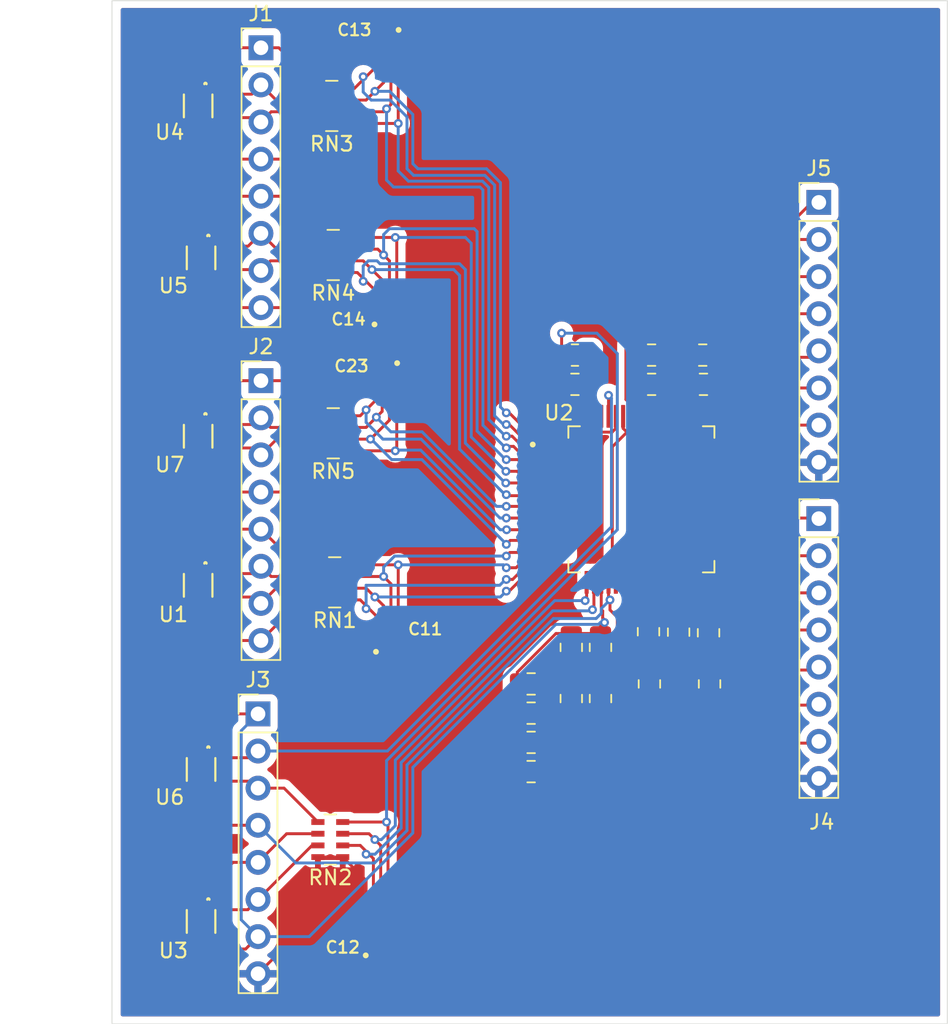
<source format=kicad_pcb>
(kicad_pcb (version 20240108) (generator "pcbnew") (generator_version "8.0")
  (layers (0 "F.Cu" signal) (31 "B.Cu" signal) (34 "B.Paste" user) (35 "F.Paste" user) (36 "B.SilkS" user "B.Silkscreen") (37 "F.SilkS" user "F.Silkscreen") (38 "B.Mask" user) (39 "F.Mask" user) (44 "Edge.Cuts" user))
  (net 0 "")
  (net 1 "/VREFP")
  (net 2 "/AVSS")
  (net 3 "/VCAP4")
  (net 4 "/VCAP1")
  (net 5 "/VCAP2")
  (net 6 "/VCAP3")
  (net 7 "AGND")
  (net 8 "/BIAS_DRV")
  (net 9 "/DVDD")
  (net 10 "/AVDD")
  (net 11 "/IN3N")
  (net 12 "/3P")
  (net 13 "/2P")
  (net 14 "/IN2N")
  (net 15 "/3N")
  (net 16 "/IN2P")
  (net 17 "/IN3P")
  (net 18 "/2N")
  (net 19 "/IN1P")
  (net 20 "/IN1N")
  (net 21 "/_SRB1")
  (net 22 "/SRB1")
  (net 23 "/1P")
  (net 24 "/_SRB2")
  (net 25 "/SRB2")
  (net 26 "/1N")
  (net 27 "/8N")
  (net 28 "/8P")
  (net 29 "/IN8P")
  (net 30 "/BIAS")
  (net 31 "/IN8N")
  (net 32 "/6P")
  (net 33 "/7N")
  (net 34 "/IN6N")
  (net 35 "/IN6P")
  (net 36 "/IN7N")
  (net 37 "/6N")
  (net 38 "/7P")
  (net 39 "/IN7P")
  (net 44 "/5N")
  (net 46 "/SCLK")
  (net 47 "/BIASINV")
  (net 48 "/MOSI")
  (net 49 "/GPIO2")
  (net 50 "/GPIO3")
  (net 51 "/IN4N")
  (net 52 "/IN5P")
  (net 53 "/START")
  (net 54 "/MISO")
  (net 55 "/CLK")
  (net 56 "/DRDY")
  (net 57 "/CS1")
  (net 58 "/BIASIN")
  (net 59 "/GPIO1")
  (net 60 "/GPIO4")
  (net 61 "/RESET")
  (net 62 "/IN4P")
  (net 63 "/IN5N")
  (net 64 "/4P")
  (net 65 "/5P")
  (net 66 "/4N")
  (footprint "Capacitor_SMD:C_0805_2012Metric" (layer "F.Cu") (at 160.5 71.25)
    (property "Reference" "C10" (hide yes))
    (property "Value" "1nF")
  )
  (footprint "Capacitor_SMD:C_0805_2012Metric" (layer "F.Cu") (at 160.25 92.75 -90)
    (property "Reference" "C9" (hide yes))
    (property "Value" "1uF")
  )
  (footprint "Capacitor_SMD:C_0805_2012Metric" (layer "F.Cu") (at 157.5 95.75)
    (property "Reference" "C22" (hide yes))
    (property "Value" ".1uF")
  )
  (footprint "W3A45C102K4T2A (c array):CAPCAF50P200X125X85-8" (layer "F.Cu") (at 146.95 108.75 90)
    (property "Reference" "C12")
    (property "Value" "1000 pF")
  )
  (footprint "Resistor_SMD:R_Array_Concave_4x0603" (layer "F.Cu") (at 143.85 52.2 180)
    (property "Reference" "RN3")
    (property "Value" "2.2K")
  )
  (footprint "Capacitor_SMD:C_0805_2012Metric" (layer "F.Cu") (at 165.5385 88.177 -90)
    (property "Reference" "C3" (hide yes))
    (property "Value" "1uF")
  )
  (footprint "TPD4E1B06 (ESD):DRL6_TEX" (layer "F.Cu") (at 134.9 62.5976 -90)
    (property "Reference" "U5")
    (property "Value" "TPD4E1B06DRLR")
  )
  (footprint "Resistor_SMD:R_Array_Concave_4x0603" (layer "F.Cu") (at 143.95 62.4 180)
    (property "Reference" "RN4")
    (property "Value" "2.2K")
  )
  (footprint "Capacitor_SMD:C_0805_2012Metric" (layer "F.Cu") (at 160.25 89.25 -90)
    (property "Reference" "C17" (hide yes))
    (property "Value" "1uF")
  )
  (footprint "Resistor_SMD:R_Array_Concave_4x0603" (layer "F.Cu") (at 143.75 102.4 180)
    (property "Reference" "RN2")
    (property "Value" "2.2K")
  )
  (footprint "Capacitor_SMD:C_0805_2012Metric" (layer "F.Cu") (at 169.3 71.25)
    (property "Reference" "C15" (hide yes))
    (property "Value" "1uF")
  )
  (footprint "W3A45C102K4T2A (c array):CAPCAF50P200X125X85-8" (layer "F.Cu") (at 147.55 65.575 90)
    (property "Reference" "C14")
    (property "Value" "1000 pF")
  )
  (footprint "TPD4E1B06 (ESD):DRL6_TEX" (layer "F.Cu") (at 134.7 52.1976 -90)
    (property "Reference" "U4")
    (property "Value" "TPD4E1B06DRLR")
  )
  (footprint "Capacitor_SMD:C_0805_2012Metric" (layer "F.Cu") (at 165.75 71.25)
    (property "Reference" "C7" (hide yes))
    (property "Value" "1uF")
  )
  (footprint "Capacitor_SMD:C_0805_2012Metric" (layer "F.Cu") (at 165.7478 69.25 180)
    (property "Reference" "C6" (hide yes))
    (property "Value" "0.1uF")
  )
  (footprint "Capacitor_SMD:C_0805_2012Metric" (layer "F.Cu") (at 162.25 89.25 -90)
    (property "Reference" "C18" (hide yes))
    (property "Value" ".1uF")
  )
  (footprint "ADS1299:QFP50P1200X1200X120-64N" (layer "F.Cu") (at 165.05 79.12)
    (property "Reference" "U2")
    (property "Value" "ADS1299IPAG")
  )
  (footprint "Capacitor_SMD:C_0805_2012Metric" (layer "F.Cu") (at 157.5 93.75)
    (property "Reference" "C20" (hide yes))
    (property "Value" ".1uF")
  )
  (footprint "Connector_PinHeader_2.54mm:PinHeader_1x08_P2.54mm_Vertical" (layer "F.Cu") (at 139 71)
    (property "Reference" "J2")
    (property "Value" "Conn_01x08_Pin")
  )
  (footprint "Resistor_SMD:R_Array_Concave_4x0603" (layer "F.Cu") (at 143.95 74.6 180)
    (property "Reference" "RN5")
    (property "Value" "2.2K")
  )
  (footprint "W3A45C102K4T2A (c array):CAPCAF50P200X125X85-8" (layer "F.Cu") (at 147.65 48.575 -90)
    (property "Reference" "C13")
    (property "Value" "1000 pF")
  )
  (footprint "Resistor_SMD:R_0805_2012Metric" (layer "F.Cu") (at 160.5 69.25 180)
    (property "Reference" "R1" (hide yes))
    (property "Value" "1M")
  )
  (footprint "TPD4E1B06 (ESD):DRL6_TEX" (layer "F.Cu") (at 134.7 85.0024 -90)
    (property "Reference" "U1")
    (property "Value" "TPD4E1B06DRLR")
  )
  (footprint "Connector_PinHeader_2.54mm:PinHeader_1x08_P2.54mm_Vertical" (layer "F.Cu") (at 139 48.22)
    (property "Reference" "J1")
    (property "Value" "Conn_01x08_Pin")
  )
  (footprint "Resistor_SMD:R_Array_Concave_4x0603" (layer "F.Cu") (at 144.05 84.8 180)
    (property "Reference" "RN1")
    (property "Value" "2.2K")
  )
  (footprint "Capacitor_SMD:C_0805_2012Metric" (layer "F.Cu") (at 169.6494 88.25 -90)
    (property "Reference" "C5" (hide yes))
    (property "Value" "1uF")
  )
  (footprint "TPD4E1B06 (ESD):DRL6_TEX" (layer "F.Cu") (at 134.9 108.0024 -90)
    (property "Reference" "U3")
    (property "Value" "TPD4E1B06DRLR")
  )
  (footprint "Capacitor_SMD:C_0805_2012Metric" (layer "F.Cu") (at 169.25 69.25)
    (property "Reference" "C16" (hide yes))
    (property "Value" ".1uF")
  )
  (footprint "Capacitor_SMD:C_0805_2012Metric" (layer "F.Cu") (at 157.5 91.75)
    (property "Reference" "C21" (hide yes))
    (property "Value" "1uF")
  )
  (footprint "Capacitor_SMD:C_0805_2012Metric" (layer "F.Cu") (at 162.25 92.75 -90)
    (property "Reference" "C8" (hide yes))
    (property "Value" "1uF")
  )
  (footprint "Capacitor_SMD:C_0805_2012Metric" (layer "F.Cu") (at 169.7178 91.75 90)
    (property "Reference" "C1" (hide yes))
    (property "Value" "10uF")
  )
  (footprint "TPD4E1B06 (ESD):DRL6_TEX" (layer "F.Cu") (at 134.9 97.6024 -90)
    (property "Reference" "U6")
    (property "Value" "TPD4E1B06DRLR")
  )
  (footprint "Capacitor_SMD:C_0805_2012Metric" (layer "F.Cu") (at 165.6 91.75 90)
    (property "Reference" "C2" (hide yes))
    (property "Value" "0.1uF")
  )
  (footprint "W3A45C102K4T2A (c array):CAPCAF50P200X125X85-8" (layer "F.Cu") (at 147.65 87.975 90)
    (property "Reference" "C11")
    (property "Value" "1000 pF")
  )
  (footprint "W3A45C102K4T2A (c array):CAPCAF50P200X125X85-8" (layer "F.Cu") (at 147.55 71.375 -90)
    (property "Reference" "C23")
    (property "Value" "1000 pF")
  )
  (footprint "Connector_PinHeader_2.54mm:PinHeader_1x08_P2.54mm_Vertical" (layer "F.Cu") (at 177.2 58.8)
    (property "Reference" "J5")
    (property "Value" "Conn_01x08_Pin")
  )
  (footprint "TPD4E1B06 (ESD):DRL6_TEX" (layer "F.Cu") (at 134.7 74.8024 -90)
    (property "Reference" "U7")
    (property "Value" "TPD4E1B06DRLR")
  )
  (footprint "Capacitor_SMD:C_0805_2012Metric" (layer "F.Cu") (at 157.5 97.75)
    (property "Reference" "C19" (hide yes))
    (property "Value" "1uF")
  )
  (footprint "Capacitor_SMD:C_0805_2012Metric" (layer "F.Cu") (at 167.6 88.2071 -90)
    (property "Reference" "C4" (hide yes))
    (property "Value" "100uF")
  )
  (footprint "Connector_PinHeader_2.54mm:PinHeader_1x08_P2.54mm_Vertical" (layer "F.Cu") (at 138.8 93.8)
    (property "Reference" "J3")
    (property "Value" "Conn_01x08_Pin")
  )
  (footprint "Connector_PinHeader_2.54mm:PinHeader_1x08_P2.54mm_Vertical" (layer "F.Cu") (at 177.2 80.44)
    (property "Reference" "J4")
    (property "Value" "Conn_01x08_Pin")
  )
  (gr_rect (start 128.8 45) (end 186 115) (stroke (width 0.05)) (fill none) (layer "Edge.Cuts"))
  (segment (start 164.8 85.6247) (end 163.8 86.6247) (width 0.2) (layer "F.Cu") (net 1))
  (segment (start 169.7178 92.7) (end 169.718 92.7) (width 0.2) (layer "F.Cu") (net 1))
  (segment (start 163.8 86.6247) (end 163.8 90.9) (width 0.2) (layer "F.Cu") (net 1))
  (segment (start 163.8 90.9) (end 165.6 92.7) (width 0.2) (layer "F.Cu") (net 1))
  (segment (start 164.8 84.8) (end 164.8 85.6247) (width 0.2) (layer "F.Cu") (net 1))
  (segment (start 165.6 92.7) (end 169.7178 92.7) (width 0.2) (layer "F.Cu") (net 1))
  (segment (start 165.3 84.8) (end 165.3 85.8247) (width 0.2) (layer "F.Cu") (net 2))
  (segment (start 166.5744 82.4437) (end 166.8 82.4437) (width 0.2) (layer "F.Cu") (net 2))
  (segment (start 169.6494 89.2) (end 169.649 89.2) (width 0.2) (layer "F.Cu") (net 2))
  (segment (start 164.55 72.8457) (end 163.9904 72.2861) (width 0.2) (layer "F.Cu") (net 2))
  (segment (start 166.8 82.4437) (end 166.8 73.44) (width 0.2) (layer "F.Cu") (net 2))
  (segment (start 166.699 69.2511) (end 166.698 69.25) (width 0.2) (layer "F.Cu") (net 2))
  (segment (start 163.4 87.1858) (end 163.4 89.05) (width 0.2) (layer "F.Cu") (net 2))
  (segment (start 166.8 71.35) (end 166.7 71.25) (width 0.2) (layer "F.Cu") (net 2))
  (segment (start 167.3039 82.4437) (end 168.8 83.9398) (width 0.2) (layer "F.Cu") (net 2))
  (segment (start 164.55 73.44) (end 164.55 72.8457) (width 0.2) (layer "F.Cu") (net 2))
  (segment (start 162.9 86) (end 162.8 85.9) (width 0.2) (layer "F.Cu") (net 2))
  (segment (start 164.5099 83.7181) (end 164.3 83.928) (width 0.2) (layer "F.Cu") (net 2))
  (segment (start 163.9904 68.5236) (end 164.3361 68.1779) (width 0.2) (layer "F.Cu") (net 2))
  (segment (start 165.538 89.127) (end 165.5385 89.127) (width 0.2) (layer "F.Cu") (net 2))
  (segment (start 170.4178 93.5107) (end 163.9607 93.5107) (width 0.2) (layer "F.Cu") (net 2))
  (segment (start 166.6989 69.2511) (end 166.6978 69.25) (width 0.2) (layer "F.Cu") (net 2))
  (segment (start 165.3 83.7181) (end 164.5099 83.7181) (width 0.2) (layer "F.Cu") (net 2))
  (segment (start 170.7808 93.1477) (end 170.4178 93.5107) (width 0.2) (layer "F.Cu") (net 2))
  (segment (start 169.649 90.7316) (end 169.6835 90.7658) (width 0.2) (layer "F.Cu") (net 2))
  (segment (start 162.8 85.9) (end 162.8 84.8) (width 0.2) (layer "F.Cu") (net 2))
  (segment (start 163.4 89.05) (end 162.25 90.2) (width 0.2) (layer "F.Cu") (net 2))
  (segment (start 170.7808 91.8631) (end 170.7808 93.1477) (width 0.2) (layer "F.Cu") (net 2))
  (segment (start 163.9607 93.5107) (end 162.25 91.8) (width 0.2) (layer "F.Cu") (net 2))
  (segment (start 165.6257 68.1779) (end 166.6978 69.25) (width 0.2) (layer "F.Cu") (net 2))
  (segment (start 134.4 98.4048) (end 134.4 98.9572) (width 0.2) (layer "F.Cu") (net 2))
  (segment (start 136.863 101.42) (end 138.8 101.42) (width 0.2) (layer "F.Cu") (net 2))
  (segment (start 168.8 83.9398) (end 168.8 84.8) (width 0.2) (layer "F.Cu") (net 2))
  (segment (start 169.7178 90.8) (end 165.6 90.8) (width 0.2) (layer "F.Cu") (net 2))
  (segment (start 160.25 90.2) (end 160.25 91.8) (width 0.2) (layer "F.Cu") (net 2))
  (segment (start 169.649 89.2) (end 169.649 90.7316) (width 0.2) (layer "F.Cu") (net 2))
  (segment (start 165.3 83.7181) (end 166.5744 82.4437) (width 0.2) (layer "F.Cu") (net 2))
  (segment (start 167.57 89.127) (end 167.6 89.1571) (width 0.2) (layer "F.Cu") (net 2))
  (segment (start 166.7 69.2522) (end 166.699 69.2511) (width 0.2) (layer "F.Cu") (net 2))
  (segment (start 167.6 89.1571) (end 169.606 89.1571) (width 0.2) (layer "F.Cu") (net 2))
  (segment (start 165.5385 89.127) (end 167.57 89.127) (width 0.2) (layer "F.Cu") (net 2))
  (segment (start 162.9 86) (end 162.9 86.6858) (width 0.2) (layer "F.Cu") (net 2))
  (segment (start 166.7 71.25) (end 166.7 69.2522) (width 0.2) (layer "F.Cu") (net 2))
  (segment (start 164.3 73.44) (end 164.55 73.44) (width 0.2) (layer "F.Cu") (net 2))
  (segment (start 164.3361 68.1779) (end 165.6257 68.1779) (width 0.2) (layer "F.Cu") (net 2))
  (segment (start 164.513 88.102) (end 165.538 89.127) (width 0.2) (layer "F.Cu") (net 2))
  (segment (start 164.3 83.928) (end 164.3 84.8) (width 0.2) (layer "F.Cu") (net 2))
  (segment (start 134.4 98.9572) (end 136.863 101.42) (width 0.2) (layer "F.Cu") (net 2))
  (segment (start 162.25 90.2) (end 160.25 90.2) (width 0.2) (layer "F.Cu") (net 2))
  (segment (start 169.6835 90.7658) (end 169.718 90.8) (width 0.2) (layer "F.Cu") (net 2))
  (segment (start 166.8 82.4437) (end 167.3039 82.4437) (width 0.2) (layer "F.Cu") (net 2))
  (segment (start 165.3 84.8) (end 165.3 83.7181) (width 0.2) (layer "F.Cu") (net 2))
  (segment (start 160.25 91.8) (end 162.25 91.8) (width 0.2) (layer "F.Cu") (net 2))
  (segment (start 169.6835 90.7658) (end 170.7808 91.8631) (width 0.2) (layer "F.Cu") (net 2))
  (segment (start 166.699 69.2511) (end 166.6989 69.2511) (width 0.2) (layer "F.Cu") (net 2))
  (segment (start 162.9 86.6858) (end 163.4 87.1858) (width 0.2) (layer "F.Cu") (net 2))
  (segment (start 165.3 85.8247) (end 164.513 86.6113) (width 0.2) (layer "F.Cu") (net 2))
  (segment (start 166.8 73.44) (end 166.8 71.35) (width 0.2) (layer "F.Cu") (net 2))
  (segment (start 164.513 86.6113) (end 164.513 88.102) (width 0.2) (layer "F.Cu") (net 2))
  (segment (start 169.718 90.8) (end 169.7178 90.8) (width 0.2) (layer "F.Cu") (net 2))
  (segment (start 169.606 89.1571) (end 169.649 89.2) (width 0.2) (layer "F.Cu") (net 2))
  (segment (start 163.9904 72.2861) (end 163.9904 68.5236) (width 0.2) (layer "F.Cu") (net 2))
  (segment (start 164.55 73.44) (end 164.8 73.44) (width 0.2) (layer "F.Cu") (net 2))
  (via (at 162.9 86) (size 0.6) (drill 0.3) (layers "F.Cu" "B.Cu") (net 2))
  (segment (start 141.38 104) (end 146.78 104) (width 0.2) (layer "B.Cu") (net 2))
  (segment (start 146.78 104) (end 149 101.78) (width 0.2) (layer "B.Cu") (net 2))
  (segment (start 149 97.2971) (end 159.023 87.2742) (width 0.2) (layer "B.Cu") (net 2))
  (segment (start 161.949 87.2742) (end 162.3 86.9227) (width 0.2) (layer "B.Cu") (net 2))
  (segment (start 162.3 86.9227) (end 162.3 86.5996) (width 0.2) (layer "B.Cu") (net 2))
  (segment (start 138.8 101.42) (end 141.38 104) (width 0.2) (layer "B.Cu") (net 2))
  (segment (start 162.3 86.5996) (end 162.9 86) (width 0.2) (layer "B.Cu") (net 2))
  (segment (start 149 101.78) (end 149 97.2971) (width 0.2) (layer "B.Cu") (net 2))
  (segment (start 159.023 87.2742) (end 161.949 87.2742) (width 0.2) (layer "B.Cu") (net 2))
  (segment (start 165.8 86.9655) (end 165.5383 87.2268) (width 0.2) (layer "F.Cu") (net 3))
  (segment (start 165.5385 87.227) (end 165.5383 87.2268) (width 0.2) (layer "F.Cu") (net 3))
  (segment (start 165.8 84.8) (end 165.8 86.9655) (width 0.2) (layer "F.Cu") (net 3))
  (segment (start 165.5383 87.2268) (end 165.538 87.227) (width 0.2) (layer "F.Cu") (net 3))
  (segment (start 166.8 84.8) (end 166.8 86.4571) (width 0.2) (layer "F.Cu") (net 4))
  (segment (start 166.8 86.4571) (end 167.6 87.2571) (width 0.2) (layer "F.Cu") (net 4))
  (segment (start 169.649 87.2247) (end 169.6494 87.2251) (width 0.2) (layer "F.Cu") (net 5))
  (segment (start 168.8814 86.4571) (end 169.649 87.2247) (width 0.2) (layer "F.Cu") (net 5))
  (segment (start 169.649 87.2247) (end 169.649 87.3) (width 0.2) (layer "F.Cu") (net 5))
  (segment (start 169.6494 87.2251) (end 169.6494 87.3) (width 0.2) (layer "F.Cu") (net 5))
  (segment (start 167.8 86.05) (end 168.2071 86.4571) (width 0.2) (layer "F.Cu") (net 5))
  (segment (start 167.8 84.8) (end 167.8 86.05) (width 0.2) (layer "F.Cu") (net 5))
  (segment (start 168.2071 86.4571) (end 168.8814 86.4571) (width 0.2) (layer "F.Cu") (net 5))
  (segment (start 164.8 70.45) (end 164.798 70.4478) (width 0.2) (layer "F.Cu") (net 6))
  (segment (start 165.8 73.44) (end 165.8 72.25) (width 0.2) (layer "F.Cu") (net 6))
  (segment (start 164.798 70.4478) (end 164.798 69.8489) (width 0.2) (layer "F.Cu") (net 6))
  (segment (start 164.7978 69.8487) (end 164.7978 69.25) (width 0.2) (layer "F.Cu") (net 6))
  (segment (start 164.798 69.8489) (end 164.798 69.25) (width 0.2) (layer "F.Cu") (net 6))
  (segment (start 164.8 71.25) (end 164.8 70.45) (width 0.2) (layer "F.Cu") (net 6))
  (segment (start 165.8 72.25) (end 164.8 71.25) (width 0.2) (layer "F.Cu") (net 6))
  (segment (start 164.798 69.8489) (end 164.7978 69.8487) (width 0.2) (layer "F.Cu") (net 6))
  (segment (start 134.7 51.3952) (end 134.7 51.9476) (width 0.2) (layer "F.Cu") (net 7))
  (segment (start 170.73 82.87) (end 171.67 82.87) (width 0.2) (layer "F.Cu") (net 7))
  (segment (start 170.73 84.194732) (end 170.73 82.87) (width 0.2) (layer "F.Cu") (net 7))
  (segment (start 134.648 62.6) (end 132 62.6) (width 0.2) (layer "F.Cu") (net 7))
  (segment (start 168.3 84.8) (end 168.3 85.8) (width 0.2) (layer "F.Cu") (net 7))
  (segment (start 147.3 70.8) (end 147.3 68.9) (width 0.2) (layer "F.Cu") (net 7))
  (segment (start 167.8 74.264732) (end 168.055268 74.52) (width 0.2) (layer "F.Cu") (net 7))
  (segment (start 158.45 91.75) (end 158.45 91.9) (width 0.2) (layer "F.Cu") (net 7))
  (segment (start 134.9 107.2) (end 134.9 107.752) (width 0.2) (layer "F.Cu") (net 7))
  (segment (start 134.9 96.8) (end 134.9 97.3524) (width 0.2) (layer "F.Cu") (net 7))
  (segment (start 175.42 98.22) (end 177.2 98.22) (width 0.2) (layer "F.Cu") (net 7))
  (segment (start 147.3 66.15) (end 147.3 67.9) (width 0.2) (layer "F.Cu") (net 7))
  (segment (start 170.25 71.25) (end 168.8 72.7) (width 0.2) (layer "F.Cu") (net 7))
  (segment (start 147.8 70.8) (end 147.8 68.8) (width 0.2) (layer "F.Cu") (net 7))
  (segment (start 134.7 51.9476) (end 134.448 52.2) (width 0.2) (layer "F.Cu") (net 7))
  (segment (start 161.3 73.44) (end 161.3 74.264732) (width 0.2) (layer "F.Cu") (net 7))
  (segment (start 168.924732 86) (end 170.73 84.194732) (width 0.2) (layer "F.Cu") (net 7))
  (segment (start 134.7 74.5524) (end 134.452 74.8) (width 0.2) (layer "F.Cu") (net 7))
  (segment (start 170.25 69.3) (end 170.2 69.25) (width 0.2) (layer "F.Cu") (net 7))
  (segment (start 174.219 76.6) (end 177.18 76.6) (width 0.2) (layer "F.Cu") (net 7))
  (segment (start 168.73 74.52) (end 168.8 74.45) (width 0.2) (layer "F.Cu") (net 7))
  (segment (start 134.7 84.7524) (end 134.452 85) (width 0.2) (layer "F.Cu") (net 7))
  (segment (start 158.45 91.9) (end 158.45 91.75) (width 0.2) (layer "F.Cu") (net 7))
  (segment (start 148.4 88.55) (end 148.4 90.8) (width 0.2) (layer "F.Cu") (net 7))
  (segment (start 134.652 97.6) (end 131.8 97.6) (width 0.2) (layer "F.Cu") (net 7))
  (segment (start 134.452 74.8) (end 131.8 74.8) (width 0.2) (layer "F.Cu") (net 7))
  (segment (start 168.5 86) (end 168.924732 86) (width 0.2) (layer "F.Cu") (net 7))
  (segment (start 147.4 48) (end 147.4 46.2) (width 0.2) (layer "F.Cu") (net 7))
  (segment (start 142.9 103.6) (end 142.9 107.48) (width 0.2) (layer "F.Cu") (net 7))
  (segment (start 162.25 93.7) (end 160.25 93.7) (width 0.2) (layer "F.Cu") (net 7))
  (segment (start 146.2 108.175) (end 146.2 109.325) (width 0.2) (layer "F.Cu") (net 7))
  (segment (start 146.8 68.8) (end 146.8 70.8) (width 0.2) (layer "F.Cu") (net 7))
  (segment (start 173 84.2) (end 173 95.8) (width 0.2) (layer "F.Cu") (net 7))
  (segment (start 160.25 93.7) (end 158.45 91.9) (width 0.2) (layer "F.Cu") (net 7))
  (segment (start 158.45 91.9) (end 158.45 93.75) (width 0.2) (layer "F.Cu") (net 7))
  (segment (start 146.9 48) (end 146.9 46.3) (width 0.2) (layer "F.Cu") (net 7))
  (segment (start 147.9 88.55) (end 147.9 90.7) (width 0.2) (layer "F.Cu") (net 7))
  (segment (start 163.3 74.264732) (end 163.3 73.44) (width 0.2) (layer "F.Cu") (net 7))
  (segment (start 168.8 72.7) (end 168.8 73.44) (width 0.2) (layer "F.Cu") (net 7))
  (segment (start 142.9 107.48) (end 138.8 111.58) (width 0.2) (layer "F.Cu") (net 7))
  (segment (start 158.45 93.75) (end 158.45 95.75) (width 0.2) (layer "F.Cu") (net 7))
  (segment (start 161.555268 74.52) (end 163.044732 74.52) (width 0.2) (layer "F.Cu") (net 7))
  (segment (start 147.8 66.15) (end 147.8 68) (width 0.2) (layer "F.Cu") (net 7))
  (segment (start 134.9 107.752) (end 134.652 108) (width 0.2) (layer "F.Cu") (net 7))
  (segment (start 168.3 85.8) (end 168.5 86) (width 0.2) (layer "F.Cu") (net 7))
  (segment (start 146.2 108.175) (end 146.2 105.2) (width 0.2) (layer "F.Cu") (net 7))
  (segment (start 148.4 48) (end 148.4 46.2) (width 0.2) (layer "F.Cu") (net 7))
  (segment (start 163.044732 74.52) (end 163.3 74.264732) (width 0.2) (layer "F.Cu") (net 7))
  (segment (start 173 95.8) (end 175.42 98.22) (width 0.2) (layer "F.Cu") (net 7))
  (segment (start 170.73 78.87) (end 171.949 78.87) (width 0.2) (layer "F.Cu") (net 7))
  (segment (start 134.448 52.2) (end 132 52.2) (width 0.2) (layer "F.Cu") (net 7))
  (segment (start 134.7 84.2) (end 134.7 84.7524) (width 0.2) (layer "F.Cu") (net 7))
  (segment (start 148.3 70.8) (end 148.3 68.9) (width 0.2) (layer "F.Cu") (net 7))
  (segment (start 134.652 108) (end 131.8 108) (width 0.2) (layer "F.Cu") (net 7))
  (segment (start 177.18 76.6) (end 177.2 76.58) (width 0.2) (layer "F.Cu") (net 7))
  (segment (start 170.25 71.25) (end 170.25 69.3) (width 0.2) (layer "F.Cu") (net 7))
  (segment (start 134.9 61.7952) (end 134.9 62.3476) (width 0.2) (layer "F.Cu") (net 7))
  (segment (start 134.9 62.3476) (end 134.648 62.6) (width 0.2) (layer "F.Cu") (net 7))
  (segment (start 147.4 90.8) (end 147.4 88.55) (width 0.2) (layer "F.Cu") (net 7))
  (segment (start 168.055268 74.52) (end 168.73 74.52) (width 0.2) (layer "F.Cu") (net 7))
  (segment (start 158.45 95.75) (end 158.45 97.75) (width 0.2) (layer "F.Cu") (net 7))
  (segment (start 168.8 74.45) (end 168.8 73.44) (width 0.2) (layer "F.Cu") (net 7))
  (segment (start 161.3 74.264732) (end 161.555268 74.52) (width 0.2) (layer "F.Cu") (net 7))
  (segment (start 134.7 74) (end 134.7 74.5524) (width 0.2) (layer "F.Cu") (net 7))
  (segment (start 167.8 73.44) (end 167.8 74.264732) (width 0.2) (layer "F.Cu") (net 7))
  (segment (start 148.3 66.15) (end 148.3 67.9) (width 0.2) (layer "F.Cu") (net 7))
  (segment (start 134.452 85) (end 132 85) (width 0.2) (layer "F.Cu") (net 7))
  (segment (start 171.67 82.87) (end 173 84.2) (width 0.2) (layer "F.Cu") (net 7))
  (segment (start 146.9 88.55) (end 146.9 90.7) (width 0.2) (layer "F.Cu") (net 7))
  (segment (start 147.9 48) (end 147.9 46.3) (width 0.2) (layer "F.Cu") (net 7))
  (segment (start 146.8 66.15) (end 146.8 68) (width 0.2) (layer "F.Cu") (net 7))
  (segment (start 146.2 105.2) (end 144.6 103.6) (width 0.2) (layer "F.Cu") (net 7))
  (segment (start 134.9 97.3524) (end 134.652 97.6) (width 0.2) (layer "F.Cu") (net 7))
  (segment (start 171.949 78.87) (end 174.219 76.6) (width 0.2) (layer "F.Cu") (net 7))
  (segment (start 147.7 101.2) (end 147.6 101.2) (width 0.2) (layer "F.Cu") (net 8))
  (segment (start 159.588 67.75) (end 159.588 69.4812) (width 0.2) (layer "F.Cu") (net 8))
  (segment (start 159.588 71.2125) (end 159.55 71.25) (width 0.2) (layer "F.Cu") (net 8))
  (segment (start 159.588 69.4812) (end 159.588 71.2125) (width 0.2) (layer "F.Cu") (net 8))
  (segment (start 147.7 108.175) (end 147.7 101.2) (width 0.2) (layer "F.Cu") (net 8))
  (segment (start 159.5875 69.4807) (end 159.5875 69.25) (width 0.2) (layer "F.Cu") (net 8))
  (segment (start 159.55 71.25) (end 160 70.8) (width 0.2) (layer "F.Cu") (net 8))
  (segment (start 147.6 101.2) (end 144.6 101.2) (width 0.2) (layer "F.Cu") (net 8))
  (segment (start 159.588 69.4812) (end 159.5875 69.4807) (width 0.2) (layer "F.Cu") (net 8))
  (via (at 147.6 101.2) (size 0.6) (drill 0.3) (layers "F.Cu" "B.Cu") (net 8))
  (via (at 159.588 67.75) (size 0.6) (drill 0.3) (layers "F.Cu" "B.Cu") (net 8))
  (segment (start 163.4 69.15) (end 163.4 81.2) (width 0.2) (layer "B.Cu") (net 8))
  (segment (start 159.588 67.75) (end 162 67.75) (width 0.2) (layer "B.Cu") (net 8))
  (segment (start 163.4 81.2) (end 147.6 97) (width 0.2) (layer "B.Cu") (net 8))
  (segment (start 147.6 97) (end 147.6 101.2) (width 0.2) (layer "B.Cu") (net 8))
  (segment (start 162 67.75) (end 163.4 69.15) (width 0.2) (layer "B.Cu") (net 8))
  (segment (start 168.35 69.3) (end 168.3 69.25) (width 0.2) (layer "F.Cu") (net 9))
  (segment (start 171.801 81.87) (end 173.8 83.8686) (width 0.2) (layer "F.Cu") (net 9))
  (segment (start 170.73 75.37) (end 169.6452 75.37) (width 0.2) (layer "F.Cu") (net 9))
  (segment (start 168.3 71.3) (end 168.35 71.25) (width 0.2) (layer "F.Cu") (net 9))
  (segment (start 169.8374 81.87) (end 169.6452 81.6778) (width 0.2) (layer "F.Cu") (net 9))
  (segment (start 170.73 81.87) (end 169.8374 81.87) (width 0.2) (layer "F.Cu") (net 9))
  (segment (start 168.35 71.25) (end 168.35 69.3) (width 0.2) (layer "F.Cu") (net 9))
  (segment (start 167.3 74.330418) (end 168.339582 75.37) (width 0.2) (layer "F.Cu") (net 9))
  (segment (start 176.72 58.8) (end 177.2 58.8) (width 0.2) (layer "F.Cu") (net 9))
  (segment (start 173.8 83.8686) (end 173.8 93.2) (width 0.2) (layer "F.Cu") (net 9))
  (segment (start 168.3 71.5995) (end 167.3 72.5995) (width 0.2) (layer "F.Cu") (net 9))
  (segment (start 167.3 73.44) (end 167.3 74.330418) (width 0.2) (layer "F.Cu") (net 9))
  (segment (start 168.339582 75.37) (end 170.73 75.37) (width 0.2) (layer "F.Cu") (net 9))
  (segment (start 168.3 71.5995) (end 168.3 71.3) (width 0.2) (layer "F.Cu") (net 9))
  (segment (start 167.3 72.5995) (end 167.3 73.44) (width 0.2) (layer "F.Cu") (net 9))
  (segment (start 170.73 75.37) (end 171.489 75.37) (width 0.2) (layer "F.Cu") (net 9))
  (segment (start 169.6452 81.6778) (end 169.6452 75.37) (width 0.2) (layer "F.Cu") (net 9))
  (segment (start 172.8 74.059) (end 172.8 62.72) (width 0.2) (layer "F.Cu") (net 9))
  (segment (start 173.8 93.2) (end 177.14 93.2) (width 0.2) (layer "F.Cu") (net 9))
  (segment (start 172.8 62.72) (end 176.72 58.8) (width 0.2) (layer "F.Cu") (net 9))
  (segment (start 170.73 81.87) (end 171.801 81.87) (width 0.2) (layer "F.Cu") (net 9))
  (segment (start 177.14 93.2) (end 177.2 93.14) (width 0.2) (layer "F.Cu") (net 9))
  (segment (start 171.489 75.37) (end 172.8 74.059) (width 0.2) (layer "F.Cu") (net 9))
  (segment (start 168.3 73.44) (end 168.3 71.5995) (width 0.2) (layer "F.Cu") (net 9))
  (segment (start 165.555 74.52) (end 166.045 74.52) (width 0.2) (layer "F.Cu") (net 10))
  (segment (start 163.0578 75.5269) (end 164.0599 74.5248) (width 0.2) (layer "F.Cu") (net 10))
  (segment (start 162.525 87.5462) (end 162.25 87.8216) (width 0.2) (layer "F.Cu") (net 10))
  (segment (start 160.25 88.3) (end 159.2 88.3) (width 0.2) (layer "F.Cu") (net 10))
  (segment (start 156.55 90.95) (end 156.55 91.75) (width 0.2) (layer "F.Cu") (net 10))
  (segment (start 134.4 108.805) (end 134.4 108.8048) (width 0.2) (layer "F.Cu") (net 10))
  (segment (start 164.285 74.75) (end 164.815 74.75) (width 0.2) (layer "F.Cu") (net 10))
  (segment (start 134.4 96.8) (end 134.4 96.2476) (width 0.2) (layer "F.Cu") (net 10))
  (segment (start 136.848 93.8) (end 138.8 93.8) (width 0.2) (layer "F.Cu") (net 10))
  (segment (start 162.525 87.5462) (end 162.525 87.374) (width 0.2) (layer "F.Cu") (net 10))
  (segment (start 165.3 73.44) (end 165.3 74.2647) (width 0.2) (layer "F.Cu") (net 10))
  (segment (start 166.3 74.2647) (end 166.3 73.44) (width 0.2) (layer "F.Cu") (net 10))
  (segment (start 163.8 74.2647) (end 164.0599 74.5248) (width 0.2) (layer "F.Cu") (net 10))
  (segment (start 137.95 109.89) (end 138.8 109.04) (width 0.2) (layer "F.Cu") (net 10))
  (segment (start 166.045 74.52) (end 166.3 74.2647) (width 0.2) (layer "F.Cu") (net 10))
  (segment (start 165.3 74.2647) (end 165.555 74.52) (width 0.2) (layer "F.Cu") (net 10))
  (segment (start 163.0578 83.7056) (end 162.5604 83.7056) (width 0.2) (layer "F.Cu") (net 10))
  (segment (start 162.3 86.6515) (end 162.3 84.8) (width 0.2) (layer "F.Cu") (net 10))
  (segment (start 162.4 86.7515) (end 162.3 86.6515) (width 0.2) (layer "F.Cu") (net 10))
  (segment (start 156.55 93.75) (end 156.55 95.75) (width 0.2) (layer "F.Cu") (net 10))
  (segment (start 134.933 109.89) (end 137.95 109.89) (width 0.2) (layer "F.Cu") (net 10))
  (segment (start 163.8 84.8) (end 163.3 84.8) (width 0.2) (layer "F.Cu") (net 10))
  (segment (start 163.0578 83.7056) (end 163.0578 75.5269) (width 0.2) (layer "F.Cu") (net 10))
  (segment (start 164.0599 74.5248) (end 164.285 74.75) (width 0.2) (layer "F.Cu") (net 10))
  (segment (start 134.4 109.357) (end 134.933 109.89) (width 0.2) (layer "F.Cu") (net 10))
  (segment (start 159.2 88.3) (end 156.55 90.95) (width 0.2) (layer "F.Cu") (net 10))
  (segment (start 134.4 108.805) (end 134.4 109.357) (width 0.2) (layer "F.Cu") (net 10))
  (segment (start 156.55 95.75) (end 156.55 97.75) (width 0.2) (layer "F.Cu") (net 10))
  (segment (start 163.8 73.44) (end 163.8 74.2647) (width 0.2) (layer "F.Cu") (net 10))
  (segment (start 162.25 87.8216) (end 162.25 88.3) (width 0.2) (layer "F.Cu") (net 10))
  (segment (start 162.25 88.3) (end 160.25 88.3) (width 0.2) (layer "F.Cu") (net 10))
  (segment (start 164.815 74.75) (end 165.3 74.2647) (width 0.2) (layer "F.Cu") (net 10))
  (segment (start 162.4 87.2485) (end 162.4 86.7515) (width 0.2) (layer "F.Cu") (net 10))
  (segment (start 163.3 83.9478) (end 163.0578 83.7056) (width 0.2) (layer "F.Cu") (net 10))
  (segment (start 156.55 91.75) (end 156.55 93.75) (width 0.2) (layer "F.Cu") (net 10))
  (segment (start 162.525 87.374) (end 162.4 87.2485) (width 0.2) (layer "F.Cu") (net 10))
  (segment (start 163.3 84.8) (end 163.3 83.9478) (width 0.2) (layer "F.Cu") (net 10))
  (segment (start 162.5604 83.7056) (end 162.3 83.966) (width 0.2) (layer "F.Cu") (net 10))
  (segment (start 134.4 96.2476) (end 136.848 93.8) (width 0.2) (layer "F.Cu") (net 10))
  (segment (start 162.3 83.966) (end 162.3 84.8) (width 0.2) (layer "F.Cu") (net 10))
  (via (at 162.525 87.5462) (size 0.6) (drill 0.3) (layers "F.Cu" "B.Cu") (net 10))
  (segment (start 142.306 109.04) (end 138.8 109.04) (width 0.2) (layer "B.Cu") (net 10))
  (segment (start 137.65 107.89) (end 138.8 109.04) (width 0.2) (layer "B.Cu") (net 10))
  (segment (start 162.115 87.6742) (end 159.189 87.6742) (width 0.2) (layer "B.Cu") (net 10))
  (segment (start 162.243 87.5462) (end 162.115 87.6742) (width 0.2) (layer "B.Cu") (net 10))
  (segment (start 162.525 87.5462) (end 162.243 87.5462) (width 0.2) (layer "B.Cu") (net 10))
  (segment (start 137.65 94.95) (end 137.65 107.89) (width 0.2) (layer "B.Cu") (net 10))
  (segment (start 149.4 97.4627) (end 149.4 101.946) (width 0.2) (layer "B.Cu") (net 10))
  (segment (start 149.4 101.946) (end 142.306 109.04) (width 0.2) (layer "B.Cu") (net 10))
  (segment (start 138.8 93.8) (end 137.65 94.95) (width 0.2) (layer "B.Cu") (net 10))
  (segment (start 159.189 87.6742) (end 149.4 97.4627) (width 0.2) (layer "B.Cu") (net 10))
  (segment (start 148.2 75.8) (end 148.3 75.8) (width 0.2) (layer "F.Cu") (net 11))
  (segment (start 155.821 81.2) (end 157 81.2) (width 0.2) (layer "F.Cu") (net 11))
  (segment (start 157 81.2) (end 157.83 80.37) (width 0.2) (layer "F.Cu") (net 11))
  (segment (start 148.3 75.8) (end 148.3 71.95) (width 0.2) (layer "F.Cu") (net 11))
  (segment (start 144.8 75.8) (end 148.2 75.8) (width 0.2) (layer "F.Cu") (net 11))
  (segment (start 157.83 80.37) (end 159.37 80.37) (width 0.2) (layer "F.Cu") (net 11))
  (via (at 148.2 75.8) (size 0.6) (drill 0.3) (layers "F.Cu" "B.Cu") (net 11))
  (via (at 155.821 81.2) (size 0.6) (drill 0.3) (layers "F.Cu" "B.Cu") (net 11))
  (segment (start 148.25 75.75) (end 149.934 75.75) (width 0.2) (layer "B.Cu") (net 11))
  (segment (start 149.934 75.75) (end 155.384 81.2) (width 0.2) (layer "B.Cu") (net 11))
  (segment (start 148.2 75.8) (end 148.25 75.75) (width 0.2) (layer "B.Cu") (net 11))
  (segment (start 155.384 81.2) (end 155.821 81.2) (width 0.2) (layer "B.Cu") (net 11))
  (segment (start 140.08 75) (end 143.1 75) (width 0.2) (layer "F.Cu") (net 12))
  (segment (start 135.2 75.6048) (end 138.525 75.6048) (width 0.2) (layer "F.Cu") (net 12))
  (segment (start 139 76.08) (end 140.08 75) (width 0.2) (layer "F.Cu") (net 12))
  (segment (start 138.525 75.6048) (end 139 76.08) (width 0.2) (layer "F.Cu") (net 12))
  (segment (start 134.2 83.6476) (end 136.688 81.16) (width 0.2) (layer "F.Cu") (net 13))
  (segment (start 141.44 83.6) (end 143.2 83.6) (width 0.2) (layer "F.Cu") (net 13))
  (segment (start 134.2 84.2) (end 134.2 83.6476) (width 0.2) (layer "F.Cu") (net 13))
  (segment (start 136.688 81.16) (end 139 81.16) (width 0.2) (layer "F.Cu") (net 13))
  (segment (start 139 81.16) (end 141.44 83.6) (width 0.2) (layer "F.Cu") (net 13))
  (segment (start 158.333 81.37) (end 159.37 81.37) (width 0.2) (layer "F.Cu") (net 14))
  (segment (start 155.801 83) (end 156.047 82.7543) (width 0.2) (layer "F.Cu") (net 14))
  (segment (start 147.4 84.4) (end 144.9 84.4) (width 0.2) (layer "F.Cu") (net 14))
  (segment (start 156.949 82.7543) (end 158.333 81.37) (width 0.2) (layer "F.Cu") (net 14))
  (segment (start 147.9 84.9) (end 147.9 87.4) (width 0.2) (layer "F.Cu") (net 14))
  (segment (start 147.4 84.4) (end 147.9 84.9) (width 0.2) (layer "F.Cu") (net 14))
  (segment (start 156.047 82.7543) (end 156.949 82.7543) (width 0.2) (layer "F.Cu") (net 14))
  (via (at 155.801 83) (size 0.6) (drill 0.3) (layers "F.Cu" "B.Cu") (net 14))
  (via (at 147.4 84.4) (size 0.6) (drill 0.3) (layers "F.Cu" "B.Cu") (net 14))
  (segment (start 147.4 83.7515) (end 148.151 83) (width 0.2) (layer "B.Cu") (net 14))
  (segment (start 148.151 83) (end 155.801 83) (width 0.2) (layer "B.Cu") (net 14))
  (segment (start 147.4 84.4) (end 147.4 83.7515) (width 0.2) (layer "B.Cu") (net 14))
  (segment (start 139 78.62) (end 140.28 78.62) (width 0.2) (layer "F.Cu") (net 15))
  (segment (start 134.2 76.1572) (end 136.663 78.62) (width 0.2) (layer "F.Cu") (net 15))
  (segment (start 134.2 75.6048) (end 134.2 76.1572) (width 0.2) (layer "F.Cu") (net 15))
  (segment (start 136.663 78.62) (end 139 78.62) (width 0.2) (layer "F.Cu") (net 15))
  (segment (start 140.28 78.62) (end 143.1 75.8) (width 0.2) (layer "F.Cu") (net 15))
  (segment (start 148.4 83.6) (end 148.4 87.4) (width 0.2) (layer "F.Cu") (net 16))
  (segment (start 144.9 83.6) (end 148.4 83.6) (width 0.2) (layer "F.Cu") (net 16))
  (segment (start 156.469 83.8) (end 158.399 81.87) (width 0.2) (layer "F.Cu") (net 16))
  (segment (start 155.8 83.8) (end 156.469 83.8) (width 0.2) (layer "F.Cu") (net 16))
  (segment (start 158.399 81.87) (end 159.37 81.87) (width 0.2) (layer "F.Cu") (net 16))
  (via (at 148.4 83.6) (size 0.6) (drill 0.3) (layers "F.Cu" "B.Cu") (net 16))
  (via (at 155.8 83.8) (size 0.6) (drill 0.3) (layers "F.Cu" "B.Cu") (net 16))
  (segment (start 148.4 83.6) (end 155.6 83.6) (width 0.2) (layer "B.Cu") (net 16))
  (segment (start 155.6 83.6) (end 155.8 83.8) (width 0.2) (layer "B.Cu") (net 16))
  (segment (start 146.5 75) (end 147.8 73.7) (width 0.2) (layer "F.Cu") (net 17))
  (segment (start 158.267 80.87) (end 159.37 80.87) (width 0.2) (layer "F.Cu") (net 17))
  (segment (start 157.207 81.9301) (end 158.267 80.87) (width 0.2) (layer "F.Cu") (net 17))
  (segment (start 155.8 82.2) (end 156.07 81.9301) (width 0.2) (layer "F.Cu") (net 17))
  (segment (start 146.5 75) (end 144.8 75) (width 0.2) (layer "F.Cu") (net 17))
  (segment (start 156.07 81.9301) (end 157.207 81.9301) (width 0.2) (layer "F.Cu") (net 17))
  (segment (start 147.8 73.7) (end 147.8 71.95) (width 0.2) (layer "F.Cu") (net 17))
  (via (at 155.8 82.2) (size 0.6) (drill 0.3) (layers "F.Cu" "B.Cu") (net 17))
  (via (at 146.5 75) (size 0.6) (drill 0.3) (layers "F.Cu" "B.Cu") (net 17))
  (segment (start 150.019 76.4) (end 155.8 82.1814) (width 0.2) (layer "B.Cu") (net 17))
  (segment (start 146.5 75) (end 146.551 75) (width 0.2) (layer "B.Cu") (net 17))
  (segment (start 147.951 76.4) (end 150.019 76.4) (width 0.2) (layer "B.Cu") (net 17))
  (segment (start 155.8 82.1814) (end 155.8 82.2) (width 0.2) (layer "B.Cu") (net 17))
  (segment (start 146.551 75) (end 147.951 76.4) (width 0.2) (layer "B.Cu") (net 17))
  (segment (start 135.2 84.2) (end 138.5 84.2) (width 0.2) (layer "F.Cu") (net 18))
  (segment (start 138.5 84.2) (end 139 83.7) (width 0.2) (layer "F.Cu") (net 18))
  (segment (start 139 83.7) (end 139.7 84.4) (width 0.2) (layer "F.Cu") (net 18))
  (segment (start 139.7 84.4) (end 143.2 84.4) (width 0.2) (layer "F.Cu") (net 18))
  (segment (start 158.53 82.87) (end 159.37 82.87) (width 0.2) (layer "F.Cu") (net 19))
  (segment (start 146.8 85.8) (end 147.4 86.4) (width 0.2) (layer "F.Cu") (net 19))
  (segment (start 155.8 85.4) (end 156 85.4) (width 0.2) (layer "F.Cu") (net 19))
  (segment (start 144.9 85.2) (end 146.2 85.2) (width 0.2) (layer "F.Cu") (net 19))
  (segment (start 147.4 86.4) (end 147.4 87.4) (width 0.2) (layer "F.Cu") (net 19))
  (segment (start 156 85.4) (end 158.53 82.87) (width 0.2) (layer "F.Cu") (net 19))
  (segment (start 146.2 85.2) (end 146.8 85.8) (width 0.2) (layer "F.Cu") (net 19))
  (via (at 155.8 85.4) (size 0.6) (drill 0.3) (layers "F.Cu" "B.Cu") (net 19))
  (via (at 146.8 85.8) (size 0.6) (drill 0.3) (layers "F.Cu" "B.Cu") (net 19))
  (segment (start 146.8 85.8) (end 155.4 85.8) (width 0.2) (layer "B.Cu") (net 19))
  (segment (start 155.4 85.8) (end 155.8 85.4) (width 0.2) (layer "B.Cu") (net 19))
  (segment (start 146.4 86.6) (end 146.9 87.1) (width 0.2) (layer "F.Cu") (net 20))
  (segment (start 155.8 84.6) (end 156.234 84.6) (width 0.2) (layer "F.Cu") (net 20))
  (segment (start 144.9 86) (end 145.8 86) (width 0.2) (layer "F.Cu") (net 20))
  (segment (start 158.464 82.37) (end 159.37 82.37) (width 0.2) (layer "F.Cu") (net 20))
  (segment (start 156.234 84.6) (end 158.464 82.37) (width 0.2) (layer "F.Cu") (net 20))
  (segment (start 146.2 86.6) (end 146.4 86.6) (width 0.2) (layer "F.Cu") (net 20))
  (segment (start 146.9 87.1) (end 146.9 87.4) (width 0.2) (layer "F.Cu") (net 20))
  (segment (start 145.8 86) (end 146.2 86.4) (width 0.2) (layer "F.Cu") (net 20))
  (segment (start 146.2 86.4) (end 146.2 86.6) (width 0.2) (layer "F.Cu") (net 20))
  (via (at 155.8 84.6) (size 0.6) (drill 0.3) (layers "F.Cu" "B.Cu") (net 20))
  (via (at 146.2 86.6) (size 0.6) (drill 0.3) (layers "F.Cu" "B.Cu") (net 20))
  (segment (start 155.751 84.6) (end 155.8 84.6) (width 0.2) (layer "B.Cu") (net 20))
  (segment (start 146.2 85) (end 155.351 85) (width 0.2) (layer "B.Cu") (net 20))
  (segment (start 146.2 86.6) (end 146.2 85) (width 0.2) (layer "B.Cu") (net 20))
  (segment (start 155.351 85) (end 155.751 84.6) (width 0.2) (layer "B.Cu") (net 20))
  (segment (start 146.4 102) (end 144.6 102) (width 0.2) (layer "F.Cu") (net 21))
  (segment (start 161.2 86.05) (end 161.3 85.95) (width 0.2) (layer "F.Cu") (net 21))
  (segment (start 147.2 102.8) (end 146.8 102.4) (width 0.2) (layer "F.Cu") (net 21))
  (segment (start 147.2 108.175) (end 147.2 102.8) (width 0.2) (layer "F.Cu") (net 21))
  (segment (start 161.3 85.95) (end 161.3 84.8) (width 0.2) (layer "F.Cu") (net 21))
  (segment (start 146.8 102.4) (end 146.4 102) (width 0.2) (layer "F.Cu") (net 21))
  (via (at 146.8 102.4) (size 0.6) (drill 0.3) (layers "F.Cu" "B.Cu") (net 21))
  (via (at 161.2 86.05) (size 0.6) (drill 0.3) (layers "F.Cu" "B.Cu") (net 21))
  (segment (start 159.116 86.05) (end 148.2 96.9657) (width 0.2) (layer "B.Cu") (net 21))
  (segment (start 161.2 86.05) (end 159.116 86.05) (width 0.2) (layer "B.Cu") (net 21))
  (segment (start 147.249 102.4) (end 146.8 102.4) (width 0.2) (layer "B.Cu") (net 21))
  (segment (start 148.2 96.9657) (end 148.2 101.449) (width 0.2) (layer "B.Cu") (net 21))
  (segment (start 148.2 101.449) (end 147.249 102.4) (width 0.2) (layer "B.Cu") (net 21))
  (segment (start 134.4 106.648) (end 137.088 103.96) (width 0.2) (layer "F.Cu") (net 22))
  (segment (start 140.76 102) (end 142.9 102) (width 0.2) (layer "F.Cu") (net 22))
  (segment (start 134.4 107.2) (end 134.4 106.648) (width 0.2) (layer "F.Cu") (net 22))
  (segment (start 137.088 103.96) (end 138.8 103.96) (width 0.2) (layer "F.Cu") (net 22))
  (segment (start 138.8 103.96) (end 140.76 102) (width 0.2) (layer "F.Cu") (net 22))
  (segment (start 135.2 85.8048) (end 138.565 85.8048) (width 0.2) (layer "F.Cu") (net 23))
  (segment (start 138.565 85.8048) (end 139 86.24) (width 0.2) (layer "F.Cu") (net 23))
  (segment (start 140.04 85.2) (end 143.2 85.2) (width 0.2) (layer "F.Cu") (net 23))
  (segment (start 139 86.24) (end 140.04 85.2) (width 0.2) (layer "F.Cu") (net 23))
  (segment (start 146.2 103.4) (end 146.2 103.2) (width 0.2) (layer "F.Cu") (net 24))
  (segment (start 145.8 102.8) (end 144.6 102.8) (width 0.2) (layer "F.Cu") (net 24))
  (segment (start 146.7 108.175) (end 146.7 103.7) (width 0.2) (layer "F.Cu") (net 24))
  (segment (start 146.7 103.7) (end 146.4 103.4) (width 0.2) (layer "F.Cu") (net 24))
  (segment (start 161.8 86.5746) (end 161.8 84.8) (width 0.2) (layer "F.Cu") (net 24))
  (segment (start 161.7 86.6742) (end 161.8 86.5746) (width 0.2) (layer "F.Cu") (net 24))
  (segment (start 146.2 103.2) (end 145.8 102.8) (width 0.2) (layer "F.Cu") (net 24))
  (segment (start 146.4 103.4) (end 146.2 103.4) (width 0.2) (layer "F.Cu") (net 24))
  (via (at 161.7 86.6742) (size 0.6) (drill 0.3) (layers "F.Cu" "B.Cu") (net 24))
  (via (at 146.2 103.4) (size 0.6) (drill 0.3) (layers "F.Cu" "B.Cu") (net 24))
  (segment (start 146.814 103.4) (end 146.2 103.4) (width 0.2) (layer "B.Cu") (net 24))
  (segment (start 158.981 86.75) (end 148.6 97.1314) (width 0.2) (layer "B.Cu") (net 24))
  (segment (start 148.6 97.1314) (end 148.6 101.614) (width 0.2) (layer "B.Cu") (net 24))
  (segment (start 148.6 101.614) (end 146.814 103.4) (width 0.2) (layer "B.Cu") (net 24))
  (segment (start 161.7 86.6742) (end 161.625 86.75) (width 0.2) (layer "B.Cu") (net 24))
  (segment (start 161.625 86.75) (end 158.981 86.75) (width 0.2) (layer "B.Cu") (net 24))
  (segment (start 138.8 106.5) (end 142.5 102.8) (width 0.2) (layer "F.Cu") (net 25))
  (segment (start 135.4 107.2) (end 138.1 107.2) (width 0.2) (layer "F.Cu") (net 25))
  (segment (start 138.1 107.2) (end 138.8 106.5) (width 0.2) (layer "F.Cu") (net 25))
  (segment (start 142.5 102.8) (end 142.9 102.8) (width 0.2) (layer "F.Cu") (net 25))
  (segment (start 136.623 88.78) (end 139 88.78) (width 0.2) (layer "F.Cu") (net 26))
  (segment (start 139 88.78) (end 141.78 86) (width 0.2) (layer "F.Cu") (net 26))
  (segment (start 134.2 86.3572) (end 136.623 88.78) (width 0.2) (layer "F.Cu") (net 26))
  (segment (start 134.2 85.8048) (end 134.2 86.3572) (width 0.2) (layer "F.Cu") (net 26))
  (segment (start 141.78 86) (end 143.2 86) (width 0.2) (layer "F.Cu") (net 26))
  (segment (start 139 50.76) (end 140.04 51.8) (width 0.2) (layer "F.Cu") (net 27))
  (segment (start 140.04 51.8) (end 143 51.8) (width 0.2) (layer "F.Cu") (net 27))
  (segment (start 135.2 51.3952) (end 138.365 51.3952) (width 0.2) (layer "F.Cu") (net 27))
  (segment (start 138.365 51.3952) (end 139 50.76) (width 0.2) (layer "F.Cu") (net 27))
  (segment (start 140.22 48.22) (end 143 51) (width 0.2) (layer "F.Cu") (net 28))
  (segment (start 134.2 51.3952) (end 134.2 50.8428) (width 0.2) (layer "F.Cu") (net 28))
  (segment (start 134.2 50.8428) (end 136.823 48.22) (width 0.2) (layer "F.Cu") (net 28))
  (segment (start 136.823 48.22) (end 139 48.22) (width 0.2) (layer "F.Cu") (net 28))
  (segment (start 139 48.22) (end 140.22 48.22) (width 0.2) (layer "F.Cu") (net 28))
  (segment (start 157.87 75.87) (end 159.37 75.87) (width 0.2) (layer "F.Cu") (net 29))
  (segment (start 145.4 51) (end 146 50.4) (width 0.2) (layer "F.Cu") (net 29))
  (segment (start 146.2 50.2) (end 146.9 49.5) (width 0.2) (layer "F.Cu") (net 29))
  (segment (start 144.7 51) (end 145.4 51) (width 0.2) (layer "F.Cu") (net 29))
  (segment (start 156 74) (end 157.87 75.87) (width 0.2) (layer "F.Cu") (net 29))
  (segment (start 155.8 74) (end 156 74) (width 0.2) (layer "F.Cu") (net 29))
  (segment (start 146 50.2) (end 146.2 50.2) (width 0.2) (layer "F.Cu") (net 29))
  (segment (start 146.9 49.5) (end 146.9 49.15) (width 0.2) (layer "F.Cu") (net 29))
  (segment (start 146 50.4) (end 146 50.2) (width 0.2) (layer "F.Cu") (net 29))
  (via (at 146 50.2) (size 0.6) (drill 0.3) (layers "F.Cu" "B.Cu") (net 29))
  (via (at 155.8 74) (size 0.6) (drill 0.3) (layers "F.Cu" "B.Cu") (net 29))
  (segment (start 149 52.9515) (end 149 56.5) (width 0.2) (layer "B.Cu") (net 29))
  (segment (start 155 73.4) (end 155.6 74) (width 0.2) (layer "B.Cu") (net 29))
  (segment (start 149 56.5) (end 149.45 56.95) (width 0.2) (layer "B.Cu") (net 29))
  (segment (start 154.381 57) (end 155 57.6186) (width 0.2) (layer "B.Cu") (net 29))
  (segment (start 146 51.2485) (end 146.551 51.8) (width 0.2) (layer "B.Cu") (net 29))
  (segment (start 147.849 51.8) (end 149 52.9515) (width 0.2) (layer "B.Cu") (net 29))
  (segment (start 149.45 56.95) (end 154.331 56.95) (width 0.2) (layer "B.Cu") (net 29))
  (segment (start 146 50.2) (end 146 51.2485) (width 0.2) (layer "B.Cu") (net 29))
  (segment (start 155.6 74) (end 155.8 74) (width 0.2) (layer "B.Cu") (net 29))
  (segment (start 154.331 56.95) (end 154.381 57) (width 0.2) (layer "B.Cu") (net 29))
  (segment (start 155 57.6186) (end 155 73.4) (width 0.2) (layer "B.Cu") (net 29))
  (segment (start 146.551 51.8) (end 147.849 51.8) (width 0.2) (layer "B.Cu") (net 29))
  (segment (start 138.8 98.88) (end 140.58 98.88) (width 0.2) (layer "F.Cu") (net 30))
  (segment (start 140.58 98.88) (end 142.9 101.2) (width 0.2) (layer "F.Cu") (net 30))
  (segment (start 135.4 98.4048) (end 138.325 98.4048) (width 0.2) (layer "F.Cu") (net 30))
  (segment (start 138.325 98.4048) (end 138.8 98.88) (width 0.2) (layer "F.Cu") (net 30))
  (segment (start 155.8 73.2) (end 156 73.2) (width 0.2) (layer "F.Cu") (net 31))
  (segment (start 158.17 75.37) (end 159.37 75.37) (width 0.2) (layer "F.Cu") (net 31))
  (segment (start 147.4 50.6) (end 147.4 49.15) (width 0.2) (layer "F.Cu") (net 31))
  (segment (start 144.7 51.8) (end 146.2 51.8) (width 0.2) (layer "F.Cu") (net 31))
  (segment (start 146.2 51.8) (end 146.8 51.2) (width 0.2) (layer "F.Cu") (net 31))
  (segment (start 156 73.2) (end 158.17 75.37) (width 0.2) (layer "F.Cu") (net 31))
  (segment (start 146.8 51.2) (end 147.4 50.6) (width 0.2) (layer "F.Cu") (net 31))
  (via (at 155.8 73.2) (size 0.6) (drill 0.3) (layers "F.Cu" "B.Cu") (net 31))
  (via (at 146.8 51.2) (size 0.6) (drill 0.3) (layers "F.Cu" "B.Cu") (net 31))
  (segment (start 155.4 72.8) (end 155.4 57.4529) (width 0.2) (layer "B.Cu") (net 31))
  (segment (start 155.4 57.4529) (end 154.447 56.5) (width 0.2) (layer "B.Cu") (net 31))
  (segment (start 155.8 73.2) (end 155.4 72.8) (width 0.2) (layer "B.Cu") (net 31))
  (segment (start 149.4 56.15) (end 149.4 52.7858) (width 0.2) (layer "B.Cu") (net 31))
  (segment (start 154.447 56.5) (end 149.75 56.5) (width 0.2) (layer "B.Cu") (net 31))
  (segment (start 149.75 56.5) (end 149.4 56.15) (width 0.2) (layer "B.Cu") (net 31))
  (segment (start 147.814 51.2) (end 146.8 51.2) (width 0.2) (layer "B.Cu") (net 31))
  (segment (start 149.4 52.7858) (end 147.814 51.2) (width 0.2) (layer "B.Cu") (net 31))
  (segment (start 134.4 61.7952) (end 134.4 61.2432) (width 0.2) (layer "F.Cu") (net 32))
  (segment (start 140.28 58.38) (end 143.1 61.2) (width 0.2) (layer "F.Cu") (net 32))
  (segment (start 137.263 58.38) (end 139 58.38) (width 0.2) (layer "F.Cu") (net 32))
  (segment (start 139 58.38) (end 140.28 58.38) (width 0.2) (layer "F.Cu") (net 32))
  (segment (start 134.4 61.2432) (end 137.263 58.38) (width 0.2) (layer "F.Cu") (net 32))
  (segment (start 136.488 55.84) (end 139 55.84) (width 0.2) (layer "F.Cu") (net 33))
  (segment (start 134.2 53.5524) (end 136.488 55.84) (width 0.2) (layer "F.Cu") (net 33))
  (segment (start 140.56 55.84) (end 143 53.4) (width 0.2) (layer "F.Cu") (net 33))
  (segment (start 134.2 53) (end 134.2 53.5524) (width 0.2) (layer "F.Cu") (net 33))
  (segment (start 139 55.84) (end 140.56 55.84) (width 0.2) (layer "F.Cu") (net 33))
  (segment (start 156.6 76.4) (end 157.6 77.4) (width 0.2) (layer "F.Cu") (net 34))
  (segment (start 147.4 62.4) (end 147.8 62.8) (width 0.2) (layer "F.Cu") (net 34))
  (segment (start 155.8 76.4) (end 156.6 76.4) (width 0.2) (layer "F.Cu") (net 34))
  (segment (start 144.8 62) (end 147 62) (width 0.2) (layer "F.Cu") (net 34))
  (segment (start 147 62) (end 147.4 62.4) (width 0.2) (layer "F.Cu") (net 34))
  (segment (start 147.8 62.8) (end 147.8 65) (width 0.2) (layer "F.Cu") (net 34))
  (segment (start 157.6 77.4) (end 159.4 77.4) (width 0.2) (layer "F.Cu") (net 34))
  (segment (start 159.4 77.4) (end 159.37 77.37) (width 0.2) (layer "F.Cu") (net 34))
  (via (at 155.8 76.4) (size 0.6) (drill 0.3) (layers "F.Cu" "B.Cu") (net 34))
  (via (at 147.4 62.4) (size 0.6) (drill 0.3) (layers "F.Cu" "B.Cu") (net 34))
  (segment (start 147.8 60.6) (end 153.6 60.6) (width 0.2) (layer "B.Cu") (net 34))
  (segment (start 155.751 76.4) (end 155.8 76.4) (width 0.2) (layer "B.Cu") (net 34))
  (segment (start 153.6 60.6) (end 153.8 60.8) (width 0.2) (layer "B.Cu") (net 34))
  (segment (start 153.8 60.8) (end 153.8 74.4485) (width 0.2) (layer "B.Cu") (net 34))
  (segment (start 153.8 74.4485) (end 155.751 76.4) (width 0.2) (layer "B.Cu") (net 34))
  (segment (start 147.4 61) (end 147.8 60.6) (width 0.2) (layer "B.Cu") (net 34))
  (segment (start 147.4 62.4) (end 147.4 61) (width 0.2) (layer "B.Cu") (net 34))
  (segment (start 144.8 61.2) (end 148.2 61.2) (width 0.2) (layer "F.Cu") (net 35))
  (segment (start 148.3 61.2) (end 148.3 65) (width 0.2) (layer "F.Cu") (net 35))
  (segment (start 157.221 77.87) (end 159.37 77.87) (width 0.2) (layer "F.Cu") (net 35))
  (segment (start 148.2 61.2) (end 148.3 61.2) (width 0.2) (layer "F.Cu") (net 35))
  (segment (start 156.551 77.2) (end 157.221 77.87) (width 0.2) (layer "F.Cu") (net 35))
  (segment (start 155.776 77.2) (end 156.551 77.2) (width 0.2) (layer "F.Cu") (net 35))
  (via (at 155.776 77.2) (size 0.6) (drill 0.3) (layers "F.Cu" "B.Cu") (net 35))
  (via (at 148.2 61.2) (size 0.6) (drill 0.3) (layers "F.Cu" "B.Cu") (net 35))
  (segment (start 155.751 77.2) (end 155.776 77.2) (width 0.2) (layer "B.Cu") (net 35))
  (segment (start 153 61.2) (end 153.4 61.6) (width 0.2) (layer "B.Cu") (net 35))
  (segment (start 153.4 61.6) (end 153.4 74.8488) (width 0.2) (layer "B.Cu") (net 35))
  (segment (start 148.2 61.2) (end 153 61.2) (width 0.2) (layer "B.Cu") (net 35))
  (segment (start 153.4 74.8488) (end 155.751 77.2) (width 0.2) (layer "B.Cu") (net 35))
  (segment (start 148.4 53.4) (end 148.4 49.15) (width 0.2) (layer "F.Cu") (net 36))
  (segment (start 156.2 74.8) (end 157.77 76.37) (width 0.2) (layer "F.Cu") (net 36))
  (segment (start 144.7 53.4) (end 148.4 53.4) (width 0.2) (layer "F.Cu") (net 36))
  (segment (start 155.8 74.8) (end 156.2 74.8) (width 0.2) (layer "F.Cu") (net 36))
  (segment (start 157.77 76.37) (end 159.37 76.37) (width 0.2) (layer "F.Cu") (net 36))
  (via (at 148.4 53.4) (size 0.6) (drill 0.3) (layers "F.Cu" "B.Cu") (net 36))
  (via (at 155.8 74.8) (size 0.6) (drill 0.3) (layers "F.Cu" "B.Cu") (net 36))
  (segment (start 148.397 56.6473) (end 149.1 57.35) (width 0.2) (layer "B.Cu") (net 36))
  (segment (start 154.166 57.35) (end 154.6 57.7843) (width 0.2) (layer "B.Cu") (net 36))
  (segment (start 148.4 53.4) (end 148.397 53.4027) (width 0.2) (layer "B.Cu") (net 36))
  (segment (start 154.6 57.7843) (end 154.6 73.6485) (width 0.2) (layer "B.Cu") (net 36))
  (segment (start 148.397 53.4027) (end 148.397 56.6473) (width 0.2) (layer "B.Cu") (net 36))
  (segment (start 155.751 74.8) (end 155.8 74.8) (width 0.2) (layer "B.Cu") (net 36))
  (segment (start 154.6 73.6485) (end 155.751 74.8) (width 0.2) (layer "B.Cu") (net 36))
  (segment (start 149.1 57.35) (end 154.166 57.35) (width 0.2) (layer "B.Cu") (net 36))
  (segment (start 139 60.92) (end 140.08 62) (width 0.2) (layer "F.Cu") (net 37))
  (segment (start 140.08 62) (end 143.1 62) (width 0.2) (layer "F.Cu") (net 37))
  (segment (start 135.4 61.7952) (end 138.125 61.7952) (width 0.2) (layer "F.Cu") (net 37))
  (segment (start 138.125 61.7952) (end 139 60.92) (width 0.2) (layer "F.Cu") (net 37))
  (segment (start 138.7 53) (end 139 53.3) (width 0.2) (layer "F.Cu") (net 38))
  (segment (start 135.2 53) (end 138.7 53) (width 0.2) (layer "F.Cu") (net 38))
  (segment (start 139 53.3) (end 139.7 52.6) (width 0.2) (layer "F.Cu") (net 38))
  (segment (start 139.7 52.6) (end 143 52.6) (width 0.2) (layer "F.Cu") (net 38))
  (segment (start 147.6 52.4) (end 147.4 52.6) (width 0.2) (layer "F.Cu") (net 39))
  (segment (start 155.8 75.6) (end 155.903 75.4971) (width 0.2) (layer "F.Cu") (net 39))
  (segment (start 157.67 76.87) (end 159.37 76.87) (width 0.2) (layer "F.Cu") (net 39))
  (segment (start 155.903 75.4971) (end 156.297 75.4971) (width 0.2) (layer "F.Cu") (net 39))
  (segment (start 147.6 52.4) (end 147.9 52.1) (width 0.2) (layer "F.Cu") (net 39))
  (segment (start 156.297 75.4971) (end 157.67 76.87) (width 0.2) (layer "F.Cu") (net 39))
  (segment (start 147.9 52.1) (end 147.9 49.15) (width 0.2) (layer "F.Cu") (net 39))
  (segment (start 147.4 52.6) (end 144.7 52.6) (width 0.2) (layer "F.Cu") (net 39))
  (via (at 147.6 52.4) (size 0.6) (drill 0.3) (layers "F.Cu" "B.Cu") (net 39))
  (via (at 155.8 75.6) (size 0.6) (drill 0.3) (layers "F.Cu" "B.Cu") (net 39))
  (segment (start 155.751 75.6) (end 155.8 75.6) (width 0.2) (layer "B.Cu") (net 39))
  (segment (start 154.2 57.95) (end 154.2 74.0485) (width 0.2) (layer "B.Cu") (net 39))
  (segment (start 147.6 57.2743) (end 148.076 57.75) (width 0.2) (layer "B.Cu") (net 39))
  (segment (start 154 57.75) (end 154.2 57.95) (width 0.2) (layer "B.Cu") (net 39))
  (segment (start 147.6 52.4) (end 147.6 57.2743) (width 0.2) (layer "B.Cu") (net 39))
  (segment (start 148.076 57.75) (end 154 57.75) (width 0.2) (layer "B.Cu") (net 39))
  (segment (start 154.2 74.0485) (end 155.751 75.6) (width 0.2) (layer "B.Cu") (net 39))
  (segment (start 134.4 63.4) (end 134.4 63.9524) (width 0.2) (layer "F.Cu") (net 44))
  (segment (start 140.7 66) (end 143.1 63.6) (width 0.2) (layer "F.Cu") (net 44))
  (segment (start 134.4 63.9524) (end 136.448 66) (width 0.2) (layer "F.Cu") (net 44))
  (segment (start 136.448 66) (end 139 66) (width 0.2) (layer "F.Cu") (net 44))
  (segment (start 139 66) (end 140.7 66) (width 0.2) (layer "F.Cu") (net 44))
  (segment (start 172.736 79.37) (end 173.766 80.4) (width 0.2) (layer "F.Cu") (net 46))
  (segment (start 173.766 80.4) (end 177.16 80.4) (width 0.2) (layer "F.Cu") (net 46))
  (segment (start 170.73 79.37) (end 172.736 79.37) (width 0.2) (layer "F.Cu") (net 46))
  (segment (start 177.16 80.4) (end 177.2 80.44) (width 0.2) (layer "F.Cu") (net 46))
  (segment (start 138.34 96.8) (end 138.8 96.34) (width 0.2) (layer "F.Cu") (net 47))
  (segment (start 162.8 73.44) (end 162.8 72) (width 0.2) (layer "F.Cu") (net 47))
  (segment (start 135.4 96.8) (end 138.34 96.8) (width 0.2) (layer "F.Cu") (net 47))
  (via (at 162.8 72) (size 0.6) (drill 0.3) (layers "F.Cu" "B.Cu") (net 47))
  (segment (start 147.66 96.34) (end 138.8 96.34) (width 0.2) (layer "B.Cu") (net 47))
  (segment (start 163 81) (end 147.66 96.34) (width 0.2) (layer "B.Cu") (net 47))
  (segment (start 162.8 72) (end 163 72.2) (width 0.2) (layer "B.Cu") (net 47))
  (segment (start 163 72.2) (end 163 81) (width 0.2) (layer "B.Cu") (net 47))
  (segment (start 173.566 95.8) (end 177.08 95.8) (width 0.2) (layer "F.Cu") (net 48))
  (segment (start 173.4 84.0343) (end 173.4 95.6343) (width 0.2) (layer "F.Cu") (net 48))
  (segment (start 171.736 82.37) (end 173.4 84.0343) (width 0.2) (layer "F.Cu") (net 48))
  (segment (start 177.08 95.8) (end 177.2 95.68) (width 0.2) (layer "F.Cu") (net 48))
  (segment (start 173.4 95.6343) (end 173.566 95.8) (width 0.2) (layer "F.Cu") (net 48))
  (segment (start 170.73 82.37) (end 171.736 82.37) (width 0.2) (layer "F.Cu") (net 48))
  (segment (start 176.76 69.4) (end 177.2 68.96) (width 0.2) (layer "F.Cu") (net 49))
  (segment (start 174.4 69.4) (end 176.76 69.4) (width 0.2) (layer "F.Cu") (net 49))
  (segment (start 174.4 74.7218) (end 174.4 69.4) (width 0.2) (layer "F.Cu") (net 49))
  (segment (start 170.73 77.37) (end 171.752 77.37) (width 0.2) (layer "F.Cu") (net 49))
  (segment (start 171.752 77.37) (end 174.4 74.7218) (width 0.2) (layer "F.Cu") (net 49))
  (segment (start 170.73 76.87) (end 171.686 76.87) (width 0.2) (layer "F.Cu") (net 50))
  (segment (start 174 66.8) (end 174.38 66.42) (width 0.2) (layer "F.Cu") (net 50))
  (segment (start 171.686 76.87) (end 174 74.5561) (width 0.2) (layer "F.Cu") (net 50))
  (segment (start 174.38 66.42) (end 177.2 66.42) (width 0.2) (layer "F.Cu") (net 50))
  (segment (start 174 74.5561) (end 174 66.8) (width 0.2) (layer "F.Cu") (net 50))
  (segment (start 146.9 73.5) (end 146.2 74.2) (width 0.2) (layer "F.Cu") (net 51))
  (segment (start 147.3 73.1) (end 147.3 71.95) (width 0.2) (layer "F.Cu") (net 51))
  (segment (start 146.9 73.5) (end 147.3 73.1) (width 0.2) (layer "F.Cu") (net 51))
  (segment (start 146.2 74.2) (end 144.8 74.2) (width 0.2) (layer "F.Cu") (net 51))
  (segment (start 157.464 79.37) (end 159.37 79.37) (width 0.2) (layer "F.Cu") (net 51))
  (segment (start 157.234 79.6) (end 157.464 79.37) (width 0.2) (layer "F.Cu") (net 51))
  (segment (start 155.8 79.6) (end 157.234 79.6) (width 0.2) (layer "F.Cu") (net 51))
  (via (at 146.9 73.5) (size 0.6) (drill 0.3) (layers "F.Cu" "B.Cu") (net 51))
  (via (at 155.8 79.6) (size 0.6) (drill 0.3) (layers "F.Cu" "B.Cu") (net 51))
  (segment (start 155.133 79.6) (end 155.8 79.6) (width 0.2) (layer "B.Cu") (net 51))
  (segment (start 147.9 74.5) (end 150.033 74.5) (width 0.2) (layer "B.Cu") (net 51))
  (segment (start 150.033 74.5) (end 155.133 79.6) (width 0.2) (layer "B.Cu") (net 51))
  (segment (start 146.9 73.5) (end 147.9 74.5) (width 0.2) (layer "B.Cu") (net 51))
  (segment (start 146 62.8) (end 144.8 62.8) (width 0.2) (layer "F.Cu") (net 52))
  (segment (start 147.3 64.1) (end 147.3 65) (width 0.2) (layer "F.Cu") (net 52))
  (segment (start 155.87 78.87) (end 159.37 78.87) (width 0.2) (layer "F.Cu") (net 52))
  (segment (start 155.8 78.8) (end 155.87 78.87) (width 0.2) (layer "F.Cu") (net 52))
  (segment (start 146.6 63.4) (end 147.3 64.1) (width 0.2) (layer "F.Cu") (net 52))
  (segment (start 146.6 63.4) (end 146 62.8) (width 0.2) (layer "F.Cu") (net 52))
  (via (at 146.6 63.4) (size 0.6) (drill 0.3) (layers "F.Cu" "B.Cu") (net 52))
  (via (at 155.8 78.8) (size 0.6) (drill 0.3) (layers "F.Cu" "B.Cu") (net 52))
  (segment (start 152.2 63.4) (end 152.6 63.8) (width 0.2) (layer "B.Cu") (net 52))
  (segment (start 152.6 63.8) (end 152.6 75.6847) (width 0.2) (layer "B.Cu") (net 52))
  (segment (start 146.6 63.4) (end 152.2 63.4) (width 0.2) (layer "B.Cu") (net 52))
  (segment (start 155.715 78.8) (end 155.8 78.8) (width 0.2) (layer "B.Cu") (net 52))
  (segment (start 152.6 75.6847) (end 155.715 78.8) (width 0.2) (layer "B.Cu") (net 52))
  (segment (start 170.73 80.37) (end 171.998 80.37) (width 0.2) (layer "F.Cu") (net 53))
  (segment (start 175.12 85.52) (end 177.2 85.52) (width 0.2) (layer "F.Cu") (net 53))
  (segment (start 171.998 80.37) (end 175 83.3716) (width 0.2) (layer "F.Cu") (net 53))
  (segment (start 175 83.3716) (end 175 85.4) (width 0.2) (layer "F.Cu") (net 53))
  (segment (start 175 85.4) (end 175.12 85.52) (width 0.2) (layer "F.Cu") (net 53))
  (segment (start 171.817 77.87) (end 174.8 74.8875) (width 0.2) (layer "F.Cu") (net 54))
  (segment (start 170.73 77.87) (end 171.817 77.87) (width 0.2) (layer "F.Cu") (net 54))
  (segment (start 174.8 74.8875) (end 174.8 71.6) (width 0.2) (layer "F.Cu") (net 54))
  (segment (start 174.9 71.5) (end 177.2 71.5) (width 0.2) (layer "F.Cu") (net 54))
  (segment (start 174.8 71.6) (end 174.9 71.5) (width 0.2) (layer "F.Cu") (net 54))
  (segment (start 174.6 83.5373) (end 174.6 88.06) (width 0.2) (layer "F.Cu") (net 55))
  (segment (start 174.6 88.06) (end 177.2 88.06) (width 0.2) (layer "F.Cu") (net 55))
  (segment (start 171.933 80.87) (end 174.6 83.5373) (width 0.2) (layer "F.Cu") (net 55))
  (segment (start 170.73 80.87) (end 171.933 80.87) (width 0.2) (layer "F.Cu") (net 55))
  (segment (start 174.746 61.34) (end 177.2 61.34) (width 0.2) (layer "F.Cu") (net 56))
  (segment (start 171.555 75.87) (end 173.2 74.2247) (width 0.2) (layer "F.Cu") (net 56))
  (segment (start 173.2 74.2247) (end 173.2 62.8857) (width 0.2) (layer "F.Cu") (net 56))
  (segment (start 170.73 75.87) (end 171.555 75.87) (width 0.2) (layer "F.Cu") (net 56))
  (segment (start 173.2 62.8857) (end 174.746 61.34) (width 0.2) (layer "F.Cu") (net 56))
  (segment (start 172.67 79.87) (end 175.78 82.98) (width 0.2) (layer "F.Cu") (net 57))
  (segment (start 170.73 79.87) (end 172.67 79.87) (width 0.2) (layer "F.Cu") (net 57))
  (segment (start 175.78 82.98) (end 177.2 82.98) (width 0.2) (layer "F.Cu") (net 57))
  (segment (start 161.8 71.6) (end 161.45 71.25) (width 0.2) (layer "F.Cu") (net 58))
  (segment (start 161.412 70.2312) (end 161.412 69.25) (width 0.2) (layer "F.Cu") (net 58))
  (segment (start 162.3 73.44) (end 161.8 73.44) (width 0.2) (layer "F.Cu") (net 58))
  (segment (start 161.8 73.44) (end 161.8 71.6) (width 0.2) (layer "F.Cu") (net 58))
  (segment (start 161.45 71.25) (end 161.412 71.2125) (width 0.2) (layer "F.Cu") (net 58))
  (segment (start 161.412 70.2312) (end 161.4125 70.2307) (width 0.2) (layer "F.Cu") (net 58))
  (segment (start 161.4125 70.2307) (end 161.4125 69.25) (width 0.2) (layer "F.Cu") (net 58))
  (segment (start 161.412 71.2125) (end 161.412 70.2312) (width 0.2) (layer "F.Cu") (net 58))
  (segment (start 175.2 74.04) (end 177.2 74.04) (width 0.2) (layer "F.Cu") (net 59))
  (segment (start 171.883 78.37) (end 175.2 75.0532) (width 0.2) (layer "F.Cu") (net 59))
  (segment (start 170.73 78.37) (end 171.883 78.37) (width 0.2) (layer "F.Cu") (net 59))
  (segment (start 175.2 75.0532) (end 175.2 74.04) (width 0.2) (layer "F.Cu") (net 59))
  (segment (start 171.62 76.37) (end 173.6 74.3904) (width 0.2) (layer "F.Cu") (net 60))
  (segment (start 173.6 74.3904) (end 173.6 64.4) (width 0.2) (layer "F.Cu") (net 60))
  (segment (start 170.73 76.37) (end 171.62 76.37) (width 0.2) (layer "F.Cu") (net 60))
  (segment (start 174.12 63.88) (end 177.2 63.88) (width 0.2) (layer "F.Cu") (net 60))
  (segment (start 173.6 64.4) (end 174.12 63.88) (width 0.2) (layer "F.Cu") (net 60))
  (segment (start 177 90.8) (end 177.2 90.6) (width 0.2) (layer "F.Cu") (net 61))
  (segment (start 171.867 81.37) (end 174.2 83.7029) (width 0.2) (layer "F.Cu") (net 61))
  (segment (start 174.2 83.7029) (end 174.2 90.8) (width 0.2) (layer "F.Cu") (net 61))
  (segment (start 170.73 81.37) (end 171.867 81.37) (width 0.2) (layer "F.Cu") (net 61))
  (segment (start 174.2 90.8) (end 177 90.8) (width 0.2) (layer "F.Cu") (net 61))
  (segment (start 146.2 73) (end 146.8 72.4) (width 0.2) (layer "F.Cu") (net 62))
  (segment (start 157 80.4) (end 157.47 79.93) (width 0.2) (layer "F.Cu") (net 62))
  (segment (start 157.47 79.93) (end 159.31 79.93) (width 0.2) (layer "F.Cu") (net 62))
  (segment (start 144.8 73.4) (end 145.8 73.4) (width 0.2) (layer "F.Cu") (net 62))
  (segment (start 155.8 80.4) (end 157 80.4) (width 0.2) (layer "F.Cu") (net 62))
  (segment (start 159.31 79.93) (end 159.37 79.87) (width 0.2) (layer "F.Cu") (net 62))
  (segment (start 146.8 72.4) (end 146.8 71.95) (width 0.2) (layer "F.Cu") (net 62))
  (segment (start 145.8 73.4) (end 146.2 73) (width 0.2) (layer "F.Cu") (net 62))
  (via (at 146.2 73) (size 0.6) (drill 0.3) (layers "F.Cu" "B.Cu") (net 62))
  (via (at 155.8 80.4) (size 0.6) (drill 0.3) (layers "F.Cu" "B.Cu") (net 62))
  (segment (start 147.349 75) (end 149.967 75) (width 0.2) (layer "B.Cu") (net 62))
  (segment (start 146.2 73) (end 146.2 73.8515) (width 0.2) (layer "B.Cu") (net 62))
  (segment (start 146.2 73.8515) (end 147.349 75) (width 0.2) (layer "B.Cu") (net 62))
  (segment (start 155.367 80.4) (end 155.8 80.4) (width 0.2) (layer "B.Cu") (net 62))
  (segment (start 149.967 75) (end 155.367 80.4) (width 0.2) (layer "B.Cu") (net 62))
  (segment (start 144.8 63.6) (end 145.6 63.6) (width 0.2) (layer "F.Cu") (net 63))
  (segment (start 146.8 64.8) (end 146.8 65) (width 0.2) (layer "F.Cu") (net 63))
  (segment (start 157.156 78.37) (end 159.37 78.37) (width 0.2) (layer "F.Cu") (net 63))
  (segment (start 146.2 64.2) (end 146.8 64.8) (width 0.2) (layer "F.Cu") (net 63))
  (segment (start 155.764 78) (end 156.786 78) (width 0.2) (layer "F.Cu") (net 63))
  (segment (start 146 64.2) (end 146.2 64.2) (width 0.2) (layer "F.Cu") (net 63))
  (segment (start 146 64) (end 146 64.2) (width 0.2) (layer "F.Cu") (net 63))
  (segment (start 145.6 63.6) (end 146 64) (width 0.2) (layer "F.Cu") (net 63))
  (segment (start 156.786 78) (end 157.156 78.37) (width 0.2) (layer "F.Cu") (net 63))
  (via (at 146 64.2) (size 0.6) (drill 0.3) (layers "F.Cu" "B.Cu") (net 63))
  (via (at 155.764 78) (size 0.6) (drill 0.3) (layers "F.Cu" "B.Cu") (net 63))
  (segment (start 146 64.2) (end 146 63.1515) (width 0.2) (layer "B.Cu") (net 63))
  (segment (start 146.951 62.8) (end 147.151 63) (width 0.2) (layer "B.Cu") (net 63))
  (segment (start 152.6 63) (end 153 63.4) (width 0.2) (layer "B.Cu") (net 63))
  (segment (start 153 75.2728) (end 155.727 78) (width 0.2) (layer "B.Cu") (net 63))
  (segment (start 153 63.4) (end 153 75.2728) (width 0.2) (layer "B.Cu") (net 63))
  (segment (start 147.151 63) (end 152.6 63) (width 0.2) (layer "B.Cu") (net 63))
  (segment (start 146.351 62.8) (end 146.951 62.8) (width 0.2) (layer "B.Cu") (net 63))
  (segment (start 146 63.1515) (end 146.351 62.8) (width 0.2) (layer "B.Cu") (net 63))
  (segment (start 155.727 78) (end 155.764 78) (width 0.2) (layer "B.Cu") (net 63))
  (segment (start 136.648 71) (end 139 71) (width 0.2) (layer "F.Cu") (net 64))
  (segment (start 134.2 73.4476) (end 136.648 71) (width 0.2) (layer "F.Cu") (net 64))
  (segment (start 140.7 71) (end 143.1 73.4) (width 0.2) (layer "F.Cu") (net 64))
  (segment (start 134.2 74) (end 134.2 73.4476) (width 0.2) (layer "F.Cu") (net 64))
  (segment (start 139 71) (end 140.7 71) (width 0.2) (layer "F.Cu") (net 64))
  (segment (start 135.4 63.4) (end 138.94 63.4) (width 0.2) (layer "F.Cu") (net 65))
  (segment (start 138.94 63.4) (end 139 63.46) (width 0.2) (layer "F.Cu") (net 65))
  (segment (start 139.66 62.8) (end 143.1 62.8) (width 0.2) (layer "F.Cu") (net 65))
  (segment (start 139 63.46) (end 139.66 62.8) (width 0.2) (layer "F.Cu") (net 65))
  (segment (start 138.54 74) (end 139 73.54) (width 0.2) (layer "F.Cu") (net 66))
  (segment (start 139.66 74.2) (end 143.1 74.2) (width 0.2) (layer "F.Cu") (net 66))
  (segment (start 135.2 74) (end 138.54 74) (width 0.2) (layer "F.Cu") (net 66))
  (segment (start 139 73.54) (end 139.66 74.2) (width 0.2) (layer "F.Cu") (net 66))
  (zone (net 7) (net_name "AGND") (layers "F&B.Cu") (connect_pads (clearance 0.5)) (min_thickness 0.25) (fill yes (thermal_gap 0.5) (thermal_bridge_width 0.5))
    (polygon (pts (xy 129.4 45.4) (xy 186.2 45.4) (xy 186.2 114.8) (xy 129.4 114.8)))
  )
)
</source>
